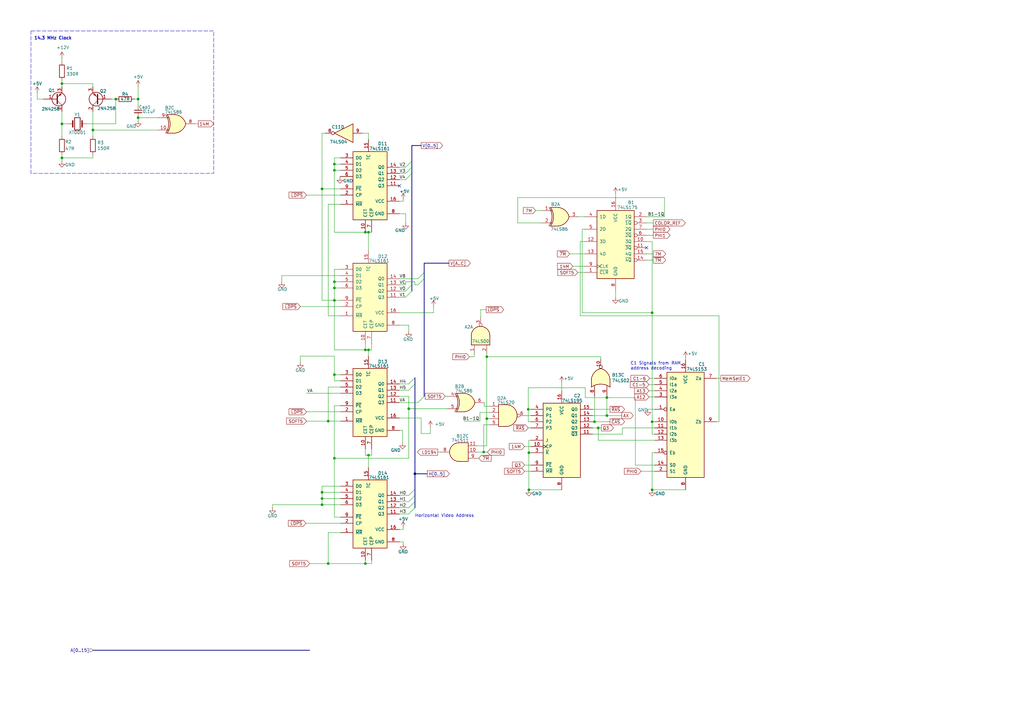
<source format=kicad_sch>
(kicad_sch (version 20230121) (generator eeschema)
  (paper "A3")
  (title_block (title "Apple II Schematic") (rev "0") (comment 1 "Captured from the Apple II Reference Manual (1979)") (comment 2 "Modified by reifsnyderb to Rev. 0 and compared w/Rev. 0 gerbers my M. Willegal."))
  (lib_symbols
    (symbol "74xx:74LS00" (pin_names (offset 1.016))
      (property "Reference" "U" (at 0 1.27 0))
      (property "Value" "74LS00" (at 0 -1.27 0))
      (symbol "74LS00_1_1"
        (pin input line (at -7.62 2.54 0) (length 3.81) (name "~") (number "1"))
        (pin input line (at -7.62 -2.54 0) (length 3.81) (name "~") (number "2"))
        (pin output inverted (at 7.62 0 180) (length 3.81) (name "~") (number "3"))
      )
      (symbol "74LS00_1_2"
        (pin input inverted (at -7.62 2.54 0) (length 4.318) (name "~") (number "1"))
        (pin input inverted (at -7.62 -2.54 0) (length 4.318) (name "~") (number "2"))
        (pin output line (at 7.62 0 180) (length 3.81) (name "~") (number "3"))
      )
      (symbol "74LS00_2_1"
        (pin input line (at -7.62 2.54 0) (length 3.81) (name "~") (number "4"))
        (pin input line (at -7.62 -2.54 0) (length 3.81) (name "~") (number "5"))
        (pin output inverted (at 7.62 0 180) (length 3.81) (name "~") (number "6"))
      )
      (symbol "74LS00_2_2"
        (pin input inverted (at -7.62 2.54 0) (length 4.318) (name "~") (number "4"))
        (pin input inverted (at -7.62 -2.54 0) (length 4.318) (name "~") (number "5"))
        (pin output line (at 7.62 0 180) (length 3.81) (name "~") (number "6"))
      )
      (symbol "74LS00_3_1"
        (pin input line (at -7.62 -2.54 0) (length 3.81) (name "~") (number "10"))
        (pin output inverted (at 7.62 0 180) (length 3.81) (name "~") (number "8"))
        (pin input line (at -7.62 2.54 0) (length 3.81) (name "~") (number "9"))
      )
      (symbol "74LS00_3_2"
        (pin input inverted (at -7.62 -2.54 0) (length 4.318) (name "~") (number "10"))
        (pin output line (at 7.62 0 180) (length 3.81) (name "~") (number "8"))
        (pin input inverted (at -7.62 2.54 0) (length 4.318) (name "~") (number "9"))
      )
      (symbol "74LS00_4_1"
        (pin output inverted (at 7.62 0 180) (length 3.81) (name "~") (number "11"))
        (pin input line (at -7.62 2.54 0) (length 3.81) (name "~") (number "12"))
        (pin input line (at -7.62 -2.54 0) (length 3.81) (name "~") (number "13"))
      )
      (symbol "74LS00_4_2"
        (pin output line (at 7.62 0 180) (length 3.81) (name "~") (number "11"))
        (pin input inverted (at -7.62 2.54 0) (length 4.318) (name "~") (number "12"))
        (pin input inverted (at -7.62 -2.54 0) (length 4.318) (name "~") (number "13"))
      )
      (symbol "74LS00_5_0"
        (pin power_in line (at 0 12.7 270) (length 5.08) (name "VCC") (number "14"))
        (pin power_in line (at 0 -12.7 90) (length 5.08) (name "GND") (number "7"))
      )
    )
    (symbol "74xx:74LS02" (pin_names (offset 1.016))
      (property "Reference" "U" (at 0 1.27 0))
      (property "Value" "74LS02" (at 0 -1.27 0))
      (symbol "74LS02_1_1"
        (pin output inverted (at 7.62 0 180) (length 3.81) (name "~") (number "1"))
        (pin input line (at -7.62 2.54 0) (length 4.318) (name "~") (number "2"))
        (pin input line (at -7.62 -2.54 0) (length 4.318) (name "~") (number "3"))
      )
      (symbol "74LS02_1_2"
        (pin output line (at 7.62 0 180) (length 3.81) (name "~") (number "1"))
        (pin input inverted (at -7.62 2.54 0) (length 3.81) (name "~") (number "2"))
        (pin input inverted (at -7.62 -2.54 0) (length 3.81) (name "~") (number "3"))
      )
      (symbol "74LS02_2_1"
        (pin output inverted (at 7.62 0 180) (length 3.81) (name "~") (number "4"))
        (pin input line (at -7.62 2.54 0) (length 4.318) (name "~") (number "5"))
        (pin input line (at -7.62 -2.54 0) (length 4.318) (name "~") (number "6"))
      )
      (symbol "74LS02_2_2"
        (pin output line (at 7.62 0 180) (length 3.81) (name "~") (number "4"))
        (pin input inverted (at -7.62 2.54 0) (length 3.81) (name "~") (number "5"))
        (pin input inverted (at -7.62 -2.54 0) (length 3.81) (name "~") (number "6"))
      )
      (symbol "74LS02_3_1"
        (pin output inverted (at 7.62 0 180) (length 3.81) (name "~") (number "10"))
        (pin input line (at -7.62 2.54 0) (length 4.318) (name "~") (number "8"))
        (pin input line (at -7.62 -2.54 0) (length 4.318) (name "~") (number "9"))
      )
      (symbol "74LS02_3_2"
        (pin output line (at 7.62 0 180) (length 3.81) (name "~") (number "10"))
        (pin input inverted (at -7.62 2.54 0) (length 3.81) (name "~") (number "8"))
        (pin input inverted (at -7.62 -2.54 0) (length 3.81) (name "~") (number "9"))
      )
      (symbol "74LS02_4_1"
        (pin input line (at -7.62 2.54 0) (length 4.318) (name "~") (number "11"))
        (pin input line (at -7.62 -2.54 0) (length 4.318) (name "~") (number "12"))
        (pin output inverted (at 7.62 0 180) (length 3.81) (name "~") (number "13"))
      )
      (symbol "74LS02_4_2"
        (pin input inverted (at -7.62 2.54 0) (length 3.81) (name "~") (number "11"))
        (pin input inverted (at -7.62 -2.54 0) (length 3.81) (name "~") (number "12"))
        (pin output line (at 7.62 0 180) (length 3.81) (name "~") (number "13"))
      )
      (symbol "74LS02_5_0"
        (pin power_in line (at 0 12.7 270) (length 5.08) (name "VCC") (number "14"))
        (pin power_in line (at 0 -12.7 90) (length 5.08) (name "GND") (number "7"))
      )
    )
    (symbol "74xx:74LS04"
      (property "Reference" "U" (at 0 1.27 0))
      (property "Value" "74LS04" (at 0 -1.27 0))
      (symbol "74LS04_1_0"
        (pin input line (at -7.62 0 0) (length 3.81) (name "~") (number "1"))
        (pin output inverted (at 7.62 0 180) (length 3.81) (name "~") (number "2"))
      )
      (symbol "74LS04_2_0"
        (pin input line (at -7.62 0 0) (length 3.81) (name "~") (number "3"))
        (pin output inverted (at 7.62 0 180) (length 3.81) (name "~") (number "4"))
      )
      (symbol "74LS04_3_0"
        (pin input line (at -7.62 0 0) (length 3.81) (name "~") (number "5"))
        (pin output inverted (at 7.62 0 180) (length 3.81) (name "~") (number "6"))
      )
      (symbol "74LS04_4_0"
        (pin output inverted (at 7.62 0 180) (length 3.81) (name "~") (number "8"))
        (pin input line (at -7.62 0 0) (length 3.81) (name "~") (number "9"))
      )
      (symbol "74LS04_5_0"
        (pin output inverted (at 7.62 0 180) (length 3.81) (name "~") (number "10"))
        (pin input line (at -7.62 0 0) (length 3.81) (name "~") (number "11"))
      )
      (symbol "74LS04_6_0"
        (pin output inverted (at 7.62 0 180) (length 3.81) (name "~") (number "12"))
        (pin input line (at -7.62 0 0) (length 3.81) (name "~") (number "13"))
      )
      (symbol "74LS04_7_0"
        (pin power_in line (at 0 12.7 270) (length 5.08) (name "VCC") (number "14"))
        (pin power_in line (at 0 -12.7 90) (length 5.08) (name "GND") (number "7"))
      )
    )
    (symbol "74xx:74LS11" (pin_names (offset 1.016))
      (property "Reference" "U" (at 0 1.27 0))
      (property "Value" "74LS11" (at 0 -1.27 0))
      (symbol "74LS11_1_1"
        (pin input line (at -7.62 2.54 0) (length 3.81) (name "~") (number "1"))
        (pin output line (at 7.62 0 180) (length 3.81) (name "~") (number "12"))
        (pin input line (at -7.62 -2.54 0) (length 3.81) (name "~") (number "13"))
        (pin input line (at -7.62 0 0) (length 3.81) (name "~") (number "2"))
      )
      (symbol "74LS11_1_2"
        (pin input inverted (at -7.62 2.54 0) (length 4.318) (name "~") (number "1"))
        (pin output inverted (at 7.62 0 180) (length 3.81) (name "~") (number "12"))
        (pin input inverted (at -7.62 -2.54 0) (length 4.318) (name "~") (number "13"))
        (pin input inverted (at -7.62 0 0) (length 4.953) (name "~") (number "2"))
      )
      (symbol "74LS11_2_1"
        (pin input line (at -7.62 2.54 0) (length 3.81) (name "~") (number "3"))
        (pin input line (at -7.62 0 0) (length 3.81) (name "~") (number "4"))
        (pin input line (at -7.62 -2.54 0) (length 3.81) (name "~") (number "5"))
        (pin output line (at 7.62 0 180) (length 3.81) (name "~") (number "6"))
      )
      (symbol "74LS11_2_2"
        (pin input inverted (at -7.62 2.54 0) (length 4.318) (name "~") (number "3"))
        (pin input inverted (at -7.62 0 0) (length 4.953) (name "~") (number "4"))
        (pin input inverted (at -7.62 -2.54 0) (length 4.318) (name "~") (number "5"))
        (pin output inverted (at 7.62 0 180) (length 3.81) (name "~") (number "6"))
      )
      (symbol "74LS11_3_1"
        (pin input line (at -7.62 0 0) (length 3.81) (name "~") (number "10"))
        (pin input line (at -7.62 -2.54 0) (length 3.81) (name "~") (number "11"))
        (pin output line (at 7.62 0 180) (length 3.81) (name "~") (number "8"))
        (pin input line (at -7.62 2.54 0) (length 3.81) (name "~") (number "9"))
      )
      (symbol "74LS11_3_2"
        (pin input inverted (at -7.62 0 0) (length 4.953) (name "~") (number "10"))
        (pin input inverted (at -7.62 -2.54 0) (length 4.318) (name "~") (number "11"))
        (pin output inverted (at 7.62 0 180) (length 3.81) (name "~") (number "8"))
        (pin input inverted (at -7.62 2.54 0) (length 4.318) (name "~") (number "9"))
      )
      (symbol "74LS11_4_0"
        (pin power_in line (at 0 12.7 270) (length 5.08) (name "VCC") (number "14"))
        (pin power_in line (at 0 -12.7 90) (length 5.08) (name "GND") (number "7"))
      )
    )
    (symbol "74xx:74LS153" (pin_names (offset 1.016))
      (property "Reference" "U" (at -7.62 21.59 0))
      (property "Value" "74LS153" (at -7.62 -24.13 0))
      (symbol "74LS153_1_0"
        (pin input inverted (at -12.7 5.08 0) (length 5.08) (name "Ea") (number "1"))
        (pin input line (at -12.7 0 0) (length 5.08) (name "I0b") (number "10"))
        (pin input line (at -12.7 -2.54 0) (length 5.08) (name "I1b") (number "11"))
        (pin input line (at -12.7 -5.08 0) (length 5.08) (name "I2b") (number "12"))
        (pin input line (at -12.7 -7.62 0) (length 5.08) (name "I3b") (number "13"))
        (pin input line (at -12.7 -17.78 0) (length 5.08) (name "S0") (number "14"))
        (pin input inverted (at -12.7 -12.7 0) (length 5.08) (name "Eb") (number "15"))
        (pin power_in line (at 0 25.4 270) (length 5.08) (name "VCC") (number "16"))
        (pin input line (at -12.7 -20.32 0) (length 5.08) (name "S1") (number "2"))
        (pin input line (at -12.7 10.16 0) (length 5.08) (name "I3a") (number "3"))
        (pin input line (at -12.7 12.7 0) (length 5.08) (name "I2a") (number "4"))
        (pin input line (at -12.7 15.24 0) (length 5.08) (name "I1a") (number "5"))
        (pin input line (at -12.7 17.78 0) (length 5.08) (name "I0a") (number "6"))
        (pin output line (at 12.7 17.78 180) (length 5.08) (name "Za") (number "7"))
        (pin power_in line (at 0 -27.94 90) (length 5.08) (name "GND") (number "8"))
        (pin output line (at 12.7 0 180) (length 5.08) (name "Zb") (number "9"))
      )
    )
    (symbol "74xx:74LS195" (pin_names (offset 1.016))
      (property "Reference" "U" (at -7.62 16.51 0))
      (property "Value" "74LS195" (at -7.62 -16.51 0))
      (symbol "74LS195_1_0"
        (pin input line (at -12.7 -12.7 0) (length 5.08) (name "~{MR}") (number "1"))
        (pin input clock (at -12.7 -2.54 0) (length 5.08) (name "CP") (number "10"))
        (pin output line (at 12.7 2.54 180) (length 5.08) (name "~{Q3}") (number "11"))
        (pin output line (at 12.7 5.08 180) (length 5.08) (name "Q3") (number "12"))
        (pin output line (at 12.7 7.62 180) (length 5.08) (name "Q2") (number "13"))
        (pin output line (at 12.7 10.16 180) (length 5.08) (name "Q1") (number "14"))
        (pin output line (at 12.7 12.7 180) (length 5.08) (name "Q0") (number "15"))
        (pin power_in line (at 0 20.32 270) (length 5.08) (name "VCC") (number "16"))
        (pin input line (at -12.7 0 0) (length 5.08) (name "J") (number "2"))
        (pin input line (at -12.7 -5.08 0) (length 5.08) (name "~{K}") (number "3"))
        (pin input line (at -12.7 12.7 0) (length 5.08) (name "P0") (number "4"))
        (pin input line (at -12.7 10.16 0) (length 5.08) (name "P1") (number "5"))
        (pin input line (at -12.7 7.62 0) (length 5.08) (name "P2") (number "6"))
        (pin input line (at -12.7 5.08 0) (length 5.08) (name "P3") (number "7"))
        (pin power_in line (at 0 -20.32 90) (length 5.08) (name "GND") (number "8"))
        (pin input line (at -12.7 -10.16 0) (length 5.08) (name "~{PE}") (number "9"))
      )
    )
    (symbol "74xx:74LS20" (pin_names (offset 1.016))
      (property "Reference" "U" (at 0 1.27 0))
      (property "Value" "74LS20" (at 0 -1.27 0))
      (symbol "74LS20_1_1"
        (pin input line (at -7.62 3.81 0) (length 3.81) (name "~") (number "1"))
        (pin input line (at -7.62 1.27 0) (length 3.81) (name "~") (number "2"))
        (pin input line (at -7.62 -1.27 0) (length 3.81) (name "~") (number "4"))
        (pin input line (at -7.62 -3.81 0) (length 3.81) (name "~") (number "5"))
        (pin output inverted (at 7.62 0 180) (length 3.81) (name "~") (number "6"))
      )
      (symbol "74LS20_1_2"
        (pin input inverted (at -7.62 3.81 0) (length 3.81) (name "~") (number "1"))
        (pin input inverted (at -7.62 1.27 0) (length 4.826) (name "~") (number "2"))
        (pin input inverted (at -7.62 -1.27 0) (length 4.826) (name "~") (number "4"))
        (pin input inverted (at -7.62 -3.81 0) (length 3.81) (name "~") (number "5"))
        (pin output line (at 7.62 0 180) (length 3.81) (name "~") (number "6"))
      )
      (symbol "74LS20_2_1"
        (pin input line (at -7.62 1.27 0) (length 3.81) (name "~") (number "10"))
        (pin input line (at -7.62 -1.27 0) (length 3.81) (name "~") (number "12"))
        (pin input line (at -7.62 -3.81 0) (length 3.81) (name "~") (number "13"))
        (pin output inverted (at 7.62 0 180) (length 3.81) (name "~") (number "8"))
        (pin input line (at -7.62 3.81 0) (length 3.81) (name "~") (number "9"))
      )
      (symbol "74LS20_2_2"
        (pin input inverted (at -7.62 1.27 0) (length 4.826) (name "~") (number "10"))
        (pin input inverted (at -7.62 -1.27 0) (length 4.826) (name "~") (number "12"))
        (pin input inverted (at -7.62 -3.81 0) (length 3.81) (name "~") (number "13"))
        (pin output line (at 7.62 0 180) (length 3.81) (name "~") (number "8"))
        (pin input inverted (at -7.62 3.81 0) (length 3.81) (name "~") (number "9"))
      )
      (symbol "74LS20_3_0"
        (pin power_in line (at 0 12.7 270) (length 5.08) (name "VCC") (number "14"))
        (pin power_in line (at 0 -12.7 90) (length 5.08) (name "GND") (number "7"))
      )
    )
    (symbol "74xx:74LS86" (pin_names (offset 1.016))
      (property "Reference" "U" (at 0 1.27 0))
      (property "Value" "74LS86" (at 0 -1.27 0))
      (symbol "74LS86_1_0"
        (pin input line (at -7.62 2.54 0) (length 4.445) (name "~") (number "1"))
        (pin input line (at -7.62 -2.54 0) (length 4.445) (name "~") (number "2"))
        (pin output line (at 7.62 0 180) (length 3.81) (name "~") (number "3"))
      )
      (symbol "74LS86_2_0"
        (pin input line (at -7.62 2.54 0) (length 4.445) (name "~") (number "4"))
        (pin input line (at -7.62 -2.54 0) (length 4.445) (name "~") (number "5"))
        (pin output line (at 7.62 0 180) (length 3.81) (name "~") (number "6"))
      )
      (symbol "74LS86_3_0"
        (pin input line (at -7.62 -2.54 0) (length 4.445) (name "~") (number "10"))
        (pin output line (at 7.62 0 180) (length 3.81) (name "~") (number "8"))
        (pin input line (at -7.62 2.54 0) (length 4.445) (name "~") (number "9"))
      )
      (symbol "74LS86_4_0"
        (pin output line (at 7.62 0 180) (length 3.81) (name "~") (number "11"))
        (pin input line (at -7.62 2.54 0) (length 4.445) (name "~") (number "12"))
        (pin input line (at -7.62 -2.54 0) (length 4.445) (name "~") (number "13"))
      )
      (symbol "74LS86_5_0"
        (pin power_in line (at 0 12.7 270) (length 5.08) (name "VCC") (number "14"))
        (pin power_in line (at 0 -12.7 90) (length 5.08) (name "GND") (number "7"))
      )
    )
    (symbol "AppleII+:74LS161" (pin_names (offset 1.016))
      (property "Reference" "U" (at -7.62 16.51 0))
      (property "Value" "74LS161" (at 8.89 -16.51 0))
      (symbol "74LS161_1_0"
        (pin input line (at -12.7 -6.35 0) (length 5.08) (name "~{MR}") (number "1"))
        (pin input line (at -2.54 -17.78 90) (length 5.08) (name "CET") (number "10"))
        (pin output line (at 11.43 1.27 180) (length 5.08) (name "Q3") (number "11"))
        (pin output line (at 11.43 3.81 180) (length 5.08) (name "Q2") (number "12"))
        (pin output line (at 11.43 6.35 180) (length 5.08) (name "Q1") (number "13"))
        (pin output line (at 11.43 8.89 180) (length 5.08) (name "Q0") (number "14"))
        (pin output line (at -1.27 20.32 270) (length 5.08) (name "TC") (number "15"))
        (pin power_in line (at 11.43 -5.08 180) (length 5.08) (name "VCC") (number "16"))
        (pin input line (at -12.7 -2.54 0) (length 5.08) (name "CP") (number "2"))
        (pin input line (at -12.7 12.7 0) (length 5.08) (name "D0") (number "3"))
        (pin input line (at -12.7 10.16 0) (length 5.08) (name "D1") (number "4"))
        (pin input line (at -12.7 7.62 0) (length 5.08) (name "D2") (number "5"))
        (pin input line (at -12.7 5.08 0) (length 5.08) (name "D3") (number "6"))
        (pin input line (at 0 -17.78 90) (length 5.08) (name "CEP") (number "7"))
        (pin power_in line (at 11.43 -10.16 180) (length 5.08) (name "GND") (number "8"))
        (pin input line (at -12.7 0 0) (length 5.08) (name "~{PE}") (number "9"))
      )
    )
    (symbol "AppleII+:74LS175" (pin_names (offset 1.016))
      (property "Reference" "U" (at -7.62 13.97 0))
      (property "Value" "74LS175" (at -7.62 -16.51 0))
      (symbol "74LS175_1_0"
        (pin input line (at -12.7 -12.7 0) (length 5.08) (name "~{CLR}") (number "1"))
        (pin output line (at 12.7 0 180) (length 5.08) (name "3Q") (number "10"))
        (pin output inverted (at 12.7 -2.54 180) (length 5.08) (name "~{3Q}") (number "11"))
        (pin input line (at -12.7 0 0) (length 5.08) (name "3D") (number "12"))
        (pin input line (at -12.7 -5.08 0) (length 5.08) (name "4D") (number "13"))
        (pin output inverted (at 12.7 -7.62 180) (length 5.08) (name "~{4Q}") (number "14"))
        (pin output line (at 12.7 -5.08 180) (length 5.08) (name "4Q") (number "15"))
        (pin power_in line (at 0 17.78 270) (length 5.08) (name "VCC") (number "16"))
        (pin output line (at 12.7 10.16 180) (length 5.08) (name "1Q") (number "2"))
        (pin output inverted (at 12.7 7.62 180) (length 5.08) (name "~{1Q}") (number "3"))
        (pin input line (at -12.7 10.16 0) (length 5.08) (name "1D") (number "4"))
        (pin input line (at -12.7 5.08 0) (length 5.08) (name "2D") (number "5"))
        (pin output inverted (at 12.7 2.54 180) (length 5.08) (name "~{2Q}") (number "6"))
        (pin output line (at 12.7 5.08 180) (length 5.08) (name "2Q") (number "7"))
        (pin power_in line (at 0 -20.32 90) (length 5.08) (name "GND") (number "8"))
        (pin input clock (at -12.7 -10.16 0) (length 5.08) (name "CLK") (number "9"))
      )
    )
    (symbol "Device:C_Small" (pin_numbers hide) (pin_names (offset 0.254) hide)
      (property "Reference" "C" (at 0.254 1.778 0))
      (property "Value" "C_Small" (at 0.254 -2.032 0))
      (symbol "C_Small_1_1"
        (pin passive line (at 0 2.54 270) (length 2.032) (name "~") (number "1"))
        (pin passive line (at 0 -2.54 90) (length 2.032) (name "~") (number "2"))
      )
    )
    (symbol "Device:Crystal" (pin_numbers hide) (pin_names (offset 1.016) hide)
      (property "Reference" "Y" (at 0 3.81 0))
      (property "Value" "Crystal" (at 0 -3.81 0))
      (symbol "Crystal_1_1"
        (pin passive line (at -3.81 0 0) (length 1.27) (name "1") (number "1"))
        (pin passive line (at 3.81 0 180) (length 1.27) (name "2") (number "2"))
      )
    )
    (symbol "Device:Q_PNP_BCE" (pin_names (offset 0) hide)
      (property "Reference" "Q" (at 5.08 1.27 0))
      (property "Value" "Q_PNP_BCE" (at 5.08 -1.27 0))
      (symbol "Q_PNP_BCE_1_1"
        (pin input line (at -5.08 0 0) (length 5.715) (name "B") (number "1"))
        (pin passive line (at 2.54 5.08 270) (length 2.54) (name "C") (number "2"))
        (pin passive line (at 2.54 -5.08 90) (length 2.54) (name "E") (number "3"))
      )
    )
    (symbol "Device:R" (pin_numbers hide) (pin_names (offset 0))
      (property "Reference" "R" (at 2.032 0 90))
      (property "Value" "R" (at 0 0 90))
      (symbol "R_1_1"
        (pin passive line (at 0 3.81 270) (length 1.27) (name "~") (number "1"))
        (pin passive line (at 0 -3.81 90) (length 1.27) (name "~") (number "2"))
      )
    )
    (symbol "power:+12V" (power) (pin_names (offset 0))
      (property "Value" "+12V" (at 0 3.556 0))
      (symbol "+12V_1_1"
        (pin power_in line (at 0 0 90) (length 0) hide (name "+12V") (number "1"))
      )
    )
    (symbol "power:+5V" (power) (pin_names (offset 0))
      (property "Value" "+5V" (at 0 3.556 0))
      (symbol "+5V_1_1"
        (pin power_in line (at 0 0 90) (length 0) hide (name "+5V") (number "1"))
      )
    )
    (symbol "power:GND" (power) (pin_names (offset 0))
      (property "Value" "GND" (at 0 -3.81 0))
      (symbol "GND_1_1"
        (pin power_in line (at 0 0 270) (length 0) hide (name "GND") (number "1"))
      )
    )
  )
  (junction (at 199.644 171.704))
  (junction (at 216.662 167.894))
  (junction (at 151.13 186.69))
  (junction (at 267.462 172.974))
  (junction (at 137.16 153.67))
  (junction (at 167.64 167.64))
  (junction (at 149.86 231.14))
  (junction (at 25.4 50.8))
  (junction (at 198.374 185.42))
  (junction (at 248.92 163.068))
  (junction (at 137.16 187.96))
  (junction (at 245.364 175.514))
  (junction (at 38.1 53.34))
  (junction (at 132.08 77.47))
  (junction (at 149.86 95.25))
  (junction (at 248.92 170.434))
  (junction (at 137.16 67.31))
  (junction (at 151.13 95.25))
  (junction (at 134.62 231.14))
  (junction (at 132.08 207.01))
  (junction (at 132.08 201.93))
  (junction (at 149.86 143.51))
  (junction (at 243.84 172.974))
  (junction (at 132.08 204.47))
  (junction (at 137.16 118.11))
  (junction (at 216.916 185.674))
  (junction (at 151.13 143.51))
  (junction (at 56.642 40.64))
  (junction (at 25.4 64.77))
  (junction (at 199.644 146.304))
  (junction (at 56.642 48.26))
  (junction (at 25.4 34.29))
  (junction (at 216.916 200.914))
  (junction (at 267.462 128.27))
  (junction (at 137.16 115.57))
  (junction (at 137.16 123.19))
  (junction (at 137.16 69.85))
  (junction (at 134.62 172.72))
  (junction (at 170.18 194.31))
  (junction (at 47.498 40.64))
  (junction (at 267.462 200.914))
  (no_connect (at 163.83 76.2))
  (no_connect (at 265.176 101.6))
  (bus_entry (at 166.37 73.66) (size 2.54 -2.54))
  (bus_entry (at 171.45 116.84) (size 2.54 -2.54))
  (bus_entry (at 167.64 210.82) (size 2.54 -2.54))
  (bus_entry (at 170.18 154.94) (size -2.54 2.54))
  (bus_entry (at 166.37 68.58) (size 2.54 -2.54))
  (bus_entry (at 167.64 208.28) (size 2.54 -2.54))
  (bus_entry (at 166.37 119.38) (size 2.54 -2.54))
  (bus_entry (at 171.45 165.1) (size 2.54 -2.54))
  (bus_entry (at 167.64 205.74) (size 2.54 -2.54))
  (bus_entry (at 170.18 157.48) (size -2.54 2.54))
  (bus_entry (at 171.45 114.3) (size 2.54 -2.54))
  (bus_entry (at 168.91 68.58) (size -2.54 2.54))
  (bus_entry (at 167.64 203.2) (size 2.54 -2.54))
  (bus_entry (at 166.37 121.92) (size 2.54 -2.54))
  (wire (pts (xy 25.4 50.8) (xy 25.4 45.72)))
  (wire (pts (xy 230.378 200.914) (xy 216.916 200.914)))
  (wire (pts (xy 139.7 156.21) (xy 137.16 156.21)))
  (wire (pts (xy 137.16 69.85) (xy 137.16 95.25)))
  (wire (pts (xy 215.138 190.754) (xy 217.678 190.754)))
  (wire (pts (xy 237.236 88.9) (xy 239.776 88.9)))
  (wire (pts (xy 255.27 175.514) (xy 268.478 175.514)))
  (wire (pts (xy 196.85 169.164) (xy 196.85 172.72)))
  (bus (pts (xy 170.18 194.31) (xy 175.26 194.31)))
  (wire (pts (xy 139.446 72.644) (xy 139.446 72.39)))
  (wire (pts (xy 137.16 187.96) (xy 137.16 212.09)))
  (wire (pts (xy 134.62 172.72) (xy 139.7 172.72)))
  (wire (pts (xy 38.1 63.5) (xy 38.1 64.77)))
  (wire (pts (xy 248.92 162.56) (xy 248.92 163.068)))
  (wire (pts (xy 166.37 116.84) (xy 166.37 115.57)))
  (wire (pts (xy 212.344 81.026) (xy 212.344 91.44)))
  (wire (pts (xy 167.64 133.35) (xy 167.64 135.89)))
  (bus (pts (xy 38.1 266.7) (xy 127 266.7)))
  (wire (pts (xy 134.62 218.44) (xy 134.62 231.14)))
  (bus (pts (xy 168.91 59.69) (xy 168.91 66.04)))
  (wire (pts (xy 237.998 99.06) (xy 239.776 99.06)))
  (wire (pts (xy 265.684 167.894) (xy 268.478 167.894)))
  (wire (pts (xy 194.564 146.304) (xy 194.564 145.288)))
  (wire (pts (xy 172.72 171.45) (xy 172.72 177.8)))
  (wire (pts (xy 243.078 178.054) (xy 255.27 178.054)))
  (wire (pts (xy 163.83 162.56) (xy 167.64 162.56)))
  (bus (pts (xy 168.91 68.58) (xy 168.91 71.12)))
  (wire (pts (xy 25.4 23.876) (xy 25.4 25.4)))
  (wire (pts (xy 265.176 99.06) (xy 267.462 99.06)))
  (wire (pts (xy 139.7 199.39) (xy 132.08 199.39)))
  (wire (pts (xy 198.374 185.42) (xy 198.374 174.244)))
  (wire (pts (xy 125.73 80.01) (xy 139.7 80.01)))
  (wire (pts (xy 38.1 64.77) (xy 25.4 64.77)))
  (wire (pts (xy 163.83 71.12) (xy 166.37 71.12)))
  (wire (pts (xy 233.68 104.14) (xy 239.776 104.14)))
  (wire (pts (xy 38.1 53.34) (xy 38.1 55.88)))
  (wire (pts (xy 199.644 145.288) (xy 199.644 146.304)))
  (wire (pts (xy 125.73 161.29) (xy 139.7 161.29)))
  (wire (pts (xy 123.19 125.73) (xy 139.7 125.73)))
  (wire (pts (xy 267.462 99.06) (xy 267.462 128.27)))
  (wire (pts (xy 132.08 199.39) (xy 132.08 201.93)))
  (wire (pts (xy 265.176 96.52) (xy 267.97 96.52)))
  (bus (pts (xy 170.18 203.2) (xy 170.18 205.74)))
  (wire (pts (xy 266.446 155.194) (xy 268.478 155.194)))
  (wire (pts (xy 267.462 128.27) (xy 238.76 128.27)))
  (wire (pts (xy 15.24 40.64) (xy 17.78 40.64)))
  (wire (pts (xy 215.138 183.134) (xy 217.678 183.134)))
  (wire (pts (xy 216.916 185.674) (xy 217.678 185.674)))
  (wire (pts (xy 134.62 83.82) (xy 134.62 129.54)))
  (wire (pts (xy 267.462 200.914) (xy 281.178 200.914)))
  (wire (pts (xy 139.7 214.63) (xy 125.476 214.63)))
  (wire (pts (xy 163.83 121.92) (xy 166.37 121.92)))
  (wire (pts (xy 195.834 182.88) (xy 199.644 182.88)))
  (wire (pts (xy 151.13 186.69) (xy 149.86 186.69)))
  (wire (pts (xy 252.476 121.92) (xy 252.476 119.38)))
  (bus (pts (xy 173.99 107.95) (xy 184.15 107.95)))
  (wire (pts (xy 250.19 167.894) (xy 243.078 167.894)))
  (wire (pts (xy 137.16 110.49) (xy 137.16 115.57)))
  (wire (pts (xy 198.628 166.624) (xy 200.66 166.624)))
  (wire (pts (xy 132.08 54.61) (xy 133.35 54.61)))
  (wire (pts (xy 197.104 127) (xy 197.104 130.048)))
  (wire (pts (xy 215.138 193.294) (xy 217.678 193.294)))
  (wire (pts (xy 132.08 77.47) (xy 132.08 123.19)))
  (wire (pts (xy 246.38 146.304) (xy 246.38 147.32)))
  (wire (pts (xy 132.08 54.61) (xy 132.08 77.47)))
  (wire (pts (xy 215.9 170.434) (xy 217.678 170.434)))
  (wire (pts (xy 179.578 185.42) (xy 180.594 185.42)))
  (wire (pts (xy 177.8 128.27) (xy 177.8 125.73)))
  (wire (pts (xy 248.92 163.068) (xy 260.604 163.068)))
  (wire (pts (xy 165.354 217.17) (xy 165.354 216.408)))
  (wire (pts (xy 137.16 146.05) (xy 123.19 146.05)))
  (wire (pts (xy 25.4 34.29) (xy 25.4 35.56)))
  (wire (pts (xy 134.62 83.82) (xy 139.7 83.82)))
  (wire (pts (xy 151.13 95.25) (xy 152.4 95.25)))
  (wire (pts (xy 236.982 111.76) (xy 239.776 111.76)))
  (wire (pts (xy 137.16 153.67) (xy 137.16 146.05)))
  (wire (pts (xy 137.16 64.77) (xy 139.7 64.77)))
  (wire (pts (xy 219.71 86.36) (xy 221.996 86.36)))
  (bus (pts (xy 170.18 154.94) (xy 170.18 157.48)))
  (wire (pts (xy 170.18 115.57) (xy 170.18 116.84)))
  (wire (pts (xy 267.462 172.974) (xy 267.462 128.27)))
  (wire (pts (xy 137.16 67.31) (xy 139.7 67.31)))
  (wire (pts (xy 137.16 123.19) (xy 137.16 143.51)))
  (wire (pts (xy 149.86 95.25) (xy 151.13 95.25)))
  (wire (pts (xy 56.642 43.18) (xy 56.642 40.64)))
  (wire (pts (xy 243.078 172.974) (xy 243.84 172.974)))
  (wire (pts (xy 149.86 140.97) (xy 149.86 143.51)))
  (wire (pts (xy 217.678 180.594) (xy 216.916 180.594)))
  (wire (pts (xy 139.7 113.03) (xy 115.57 113.03)))
  (wire (pts (xy 137.16 166.37) (xy 139.7 166.37)))
  (wire (pts (xy 238.76 93.98) (xy 239.776 93.98)))
  (wire (pts (xy 137.16 67.31) (xy 137.16 69.85)))
  (wire (pts (xy 200.66 169.164) (xy 196.85 169.164)))
  (wire (pts (xy 198.628 165.1) (xy 198.628 166.624)))
  (wire (pts (xy 199.644 171.704) (xy 200.66 171.704)))
  (wire (pts (xy 132.08 123.19) (xy 137.16 123.19)))
  (wire (pts (xy 281.178 146.812) (xy 281.178 147.574)))
  (wire (pts (xy 172.72 177.8) (xy 176.53 177.8)))
  (wire (pts (xy 166.37 87.63) (xy 163.83 87.63)))
  (wire (pts (xy 137.16 115.57) (xy 139.7 115.57)))
  (wire (pts (xy 163.83 128.27) (xy 177.8 128.27)))
  (wire (pts (xy 137.16 118.11) (xy 137.16 123.19)))
  (wire (pts (xy 243.078 175.514) (xy 245.364 175.514)))
  (wire (pts (xy 252.476 79.502) (xy 252.476 81.28)))
  (wire (pts (xy 245.364 175.514) (xy 245.364 180.594)))
  (wire (pts (xy 137.16 118.11) (xy 139.7 118.11)))
  (wire (pts (xy 151.13 191.77) (xy 151.13 186.69)))
  (wire (pts (xy 238.76 128.27) (xy 238.76 93.98)))
  (wire (pts (xy 64.77 53.34) (xy 38.1 53.34)))
  (wire (pts (xy 265.176 88.9) (xy 272.542 88.9)))
  (wire (pts (xy 152.4 143.51) (xy 151.13 143.51)))
  (wire (pts (xy 132.08 77.47) (xy 139.7 77.47)))
  (wire (pts (xy 294.894 129.54) (xy 237.998 129.54)))
  (wire (pts (xy 230.378 160.274) (xy 230.378 156.972)))
  (wire (pts (xy 248.92 163.068) (xy 248.92 170.434)))
  (wire (pts (xy 38.1 45.72) (xy 38.1 53.34)))
  (wire (pts (xy 80.01 50.8) (xy 81.28 50.8)))
  (wire (pts (xy 217.678 167.894) (xy 216.662 167.894)))
  (wire (pts (xy 123.19 146.05) (xy 123.19 148.59)))
  (wire (pts (xy 25.4 66.04) (xy 25.4 64.77)))
  (wire (pts (xy 199.644 146.304) (xy 199.644 171.704)))
  (wire (pts (xy 152.4 231.14) (xy 152.4 229.87)))
  (wire (pts (xy 167.64 167.64) (xy 167.64 187.96)))
  (bus (pts (xy 168.91 116.84) (xy 168.91 119.38)))
  (wire (pts (xy 27.94 50.8) (xy 25.4 50.8)))
  (wire (pts (xy 234.95 109.22) (xy 239.776 109.22)))
  (wire (pts (xy 125.73 168.91) (xy 139.7 168.91)))
  (wire (pts (xy 240.03 159.004) (xy 240.03 163.068)))
  (bus (pts (xy 168.91 71.12) (xy 168.91 116.84)))
  (wire (pts (xy 134.62 129.54) (xy 139.7 129.54)))
  (wire (pts (xy 265.176 106.68) (xy 267.97 106.68)))
  (wire (pts (xy 132.08 204.47) (xy 132.08 207.01)))
  (bus (pts (xy 173.99 107.95) (xy 173.99 111.76)))
  (wire (pts (xy 163.83 73.66) (xy 166.37 73.66)))
  (wire (pts (xy 182.626 162.56) (xy 183.388 162.56)))
  (wire (pts (xy 260.604 190.754) (xy 268.478 190.754)))
  (wire (pts (xy 38.1 35.56) (xy 38.1 34.29)))
  (wire (pts (xy 267.462 172.974) (xy 268.478 172.974)))
  (wire (pts (xy 267.462 200.914) (xy 267.462 185.674)))
  (wire (pts (xy 216.662 167.894) (xy 216.662 172.974)))
  (wire (pts (xy 196.342 187.96) (xy 195.834 187.96)))
  (wire (pts (xy 111.76 207.01) (xy 111.76 208.28)))
  (wire (pts (xy 198.374 174.244) (xy 200.66 174.244)))
  (wire (pts (xy 199.644 146.304) (xy 246.38 146.304)))
  (wire (pts (xy 151.13 54.61) (xy 151.13 57.15)))
  (wire (pts (xy 134.62 158.75) (xy 139.7 158.75)))
  (wire (pts (xy 240.03 163.068) (xy 248.92 163.068)))
  (wire (pts (xy 152.4 140.97) (xy 152.4 143.51)))
  (wire (pts (xy 149.86 186.69) (xy 149.86 184.15)))
  (wire (pts (xy 47.498 50.8) (xy 47.498 40.64)))
  (wire (pts (xy 137.16 64.77) (xy 137.16 67.31)))
  (wire (pts (xy 115.57 113.03) (xy 115.57 115.57)))
  (wire (pts (xy 295.656 155.194) (xy 293.878 155.194)))
  (wire (pts (xy 198.374 185.42) (xy 199.898 185.42)))
  (wire (pts (xy 139.446 72.39) (xy 139.7 72.39)))
  (wire (pts (xy 243.84 172.974) (xy 243.84 162.56)))
  (wire (pts (xy 134.62 218.44) (xy 139.7 218.44)))
  (wire (pts (xy 163.83 205.74) (xy 167.64 205.74)))
  (wire (pts (xy 127 231.14) (xy 134.62 231.14)))
  (bus (pts (xy 168.91 66.04) (xy 168.91 68.58)))
  (wire (pts (xy 163.83 157.48) (xy 167.64 157.48)))
  (wire (pts (xy 111.76 207.01) (xy 132.08 207.01)))
  (wire (pts (xy 255.27 178.054) (xy 255.27 175.514)))
  (wire (pts (xy 246.634 175.514) (xy 245.364 175.514)))
  (wire (pts (xy 163.83 203.2) (xy 167.64 203.2)))
  (wire (pts (xy 149.86 231.14) (xy 149.86 229.87)))
  (wire (pts (xy 15.24 38.1) (xy 15.24 40.64)))
  (wire (pts (xy 165.354 222.25) (xy 163.83 222.25)))
  (wire (pts (xy 163.83 68.58) (xy 166.37 68.58)))
  (wire (pts (xy 151.13 186.69) (xy 152.4 186.69)))
  (wire (pts (xy 47.498 40.64) (xy 45.72 40.64)))
  (wire (pts (xy 170.18 116.84) (xy 171.45 116.84)))
  (wire (pts (xy 149.86 143.51) (xy 137.16 143.51)))
  (wire (pts (xy 163.83 160.02) (xy 167.64 160.02)))
  (wire (pts (xy 139.7 201.93) (xy 132.08 201.93)))
  (bus (pts (xy 173.99 111.76) (xy 173.99 114.3)))
  (wire (pts (xy 262.89 193.294) (xy 268.478 193.294)))
  (wire (pts (xy 167.64 162.56) (xy 167.64 167.64)))
  (wire (pts (xy 166.37 115.57) (xy 170.18 115.57)))
  (wire (pts (xy 265.176 104.14) (xy 267.97 104.14)))
  (wire (pts (xy 216.662 172.974) (xy 217.678 172.974)))
  (bus (pts (xy 170.18 194.31) (xy 170.18 200.66)))
  (wire (pts (xy 137.16 123.19) (xy 139.7 123.19)))
  (wire (pts (xy 163.83 133.35) (xy 167.64 133.35)))
  (wire (pts (xy 165.354 82.55) (xy 165.354 81.788)))
  (bus (pts (xy 168.91 59.69) (xy 172.72 59.69)))
  (wire (pts (xy 272.542 81.026) (xy 212.344 81.026)))
  (wire (pts (xy 148.59 54.61) (xy 151.13 54.61)))
  (wire (pts (xy 137.16 187.96) (xy 167.64 187.96)))
  (wire (pts (xy 137.16 156.21) (xy 137.16 153.67)))
  (wire (pts (xy 245.364 180.594) (xy 268.478 180.594)))
  (wire (pts (xy 25.4 64.77) (xy 25.4 63.5)))
  (wire (pts (xy 183.388 167.64) (xy 167.64 167.64)))
  (bus (pts (xy 170.18 157.48) (xy 170.18 194.31)))
  (bus (pts (xy 173.99 114.3) (xy 173.99 162.56)))
  (wire (pts (xy 199.39 127) (xy 197.104 127)))
  (wire (pts (xy 25.4 55.88) (xy 25.4 50.8)))
  (wire (pts (xy 137.16 153.67) (xy 139.7 153.67)))
  (wire (pts (xy 151.13 95.25) (xy 151.13 102.87)))
  (wire (pts (xy 132.08 201.93) (xy 132.08 204.47)))
  (wire (pts (xy 243.078 170.434) (xy 248.92 170.434)))
  (wire (pts (xy 266.192 160.274) (xy 268.478 160.274)))
  (wire (pts (xy 137.16 166.37) (xy 137.16 187.96)))
  (wire (pts (xy 216.662 159.004) (xy 240.03 159.004)))
  (wire (pts (xy 166.37 91.44) (xy 166.37 87.63)))
  (wire (pts (xy 151.13 143.51) (xy 149.86 143.51)))
  (wire (pts (xy 267.462 178.054) (xy 267.462 172.974)))
  (wire (pts (xy 38.1 34.29) (xy 25.4 34.29)))
  (wire (pts (xy 125.73 172.72) (xy 134.62 172.72)))
  (wire (pts (xy 132.08 207.01) (xy 139.7 207.01)))
  (wire (pts (xy 216.662 175.514) (xy 217.678 175.514)))
  (wire (pts (xy 212.344 91.44) (xy 221.996 91.44)))
  (bus (pts (xy 170.18 200.66) (xy 170.18 203.2)))
  (wire (pts (xy 260.604 163.068) (xy 260.604 190.754)))
  (wire (pts (xy 163.83 208.28) (xy 167.64 208.28)))
  (wire (pts (xy 195.834 185.42) (xy 198.374 185.42)))
  (wire (pts (xy 163.83 176.53) (xy 165.1 176.53)))
  (wire (pts (xy 56.642 48.26) (xy 56.642 49.53)))
  (wire (pts (xy 266.192 157.734) (xy 268.478 157.734)))
  (wire (pts (xy 35.56 50.8) (xy 47.498 50.8)))
  (wire (pts (xy 139.7 110.49) (xy 137.16 110.49)))
  (wire (pts (xy 216.916 180.594) (xy 216.916 185.674)))
  (wire (pts (xy 216.662 167.894) (xy 216.662 159.004)))
  (wire (pts (xy 293.878 172.974) (xy 294.894 172.974)))
  (wire (pts (xy 163.83 171.45) (xy 172.72 171.45)))
  (wire (pts (xy 165.354 223.012) (xy 165.354 222.25)))
  (wire (pts (xy 163.83 82.55) (xy 165.354 82.55)))
  (wire (pts (xy 192.532 146.304) (xy 194.564 146.304)))
  (wire (pts (xy 139.7 204.47) (xy 132.08 204.47)))
  (wire (pts (xy 163.83 165.1) (xy 171.45 165.1)))
  (wire (pts (xy 163.83 210.82) (xy 167.64 210.82)))
  (wire (pts (xy 25.4 33.02) (xy 25.4 34.29)))
  (wire (pts (xy 151.13 143.51) (xy 151.13 146.05)))
  (wire (pts (xy 56.642 40.64) (xy 55.118 40.64)))
  (wire (pts (xy 266.192 162.814) (xy 268.478 162.814)))
  (wire (pts (xy 255.016 170.434) (xy 248.92 170.434)))
  (wire (pts (xy 134.62 158.75) (xy 134.62 172.72)))
  (wire (pts (xy 149.86 231.14) (xy 152.4 231.14)))
  (wire (pts (xy 237.998 129.54) (xy 237.998 99.06)))
  (wire (pts (xy 64.77 48.26) (xy 56.642 48.26)))
  (wire (pts (xy 216.916 200.914) (xy 216.916 185.674)))
  (wire (pts (xy 137.16 212.09) (xy 139.7 212.09)))
  (wire (pts (xy 199.644 182.88) (xy 199.644 171.704)))
  (wire (pts (xy 165.1 176.53) (xy 165.1 181.61)))
  (wire (pts (xy 190.246 172.72) (xy 196.85 172.72)))
  (wire (pts (xy 265.176 91.44) (xy 267.97 91.44)))
  (wire (pts (xy 163.83 114.3) (xy 171.45 114.3)))
  (wire (pts (xy 176.53 177.8) (xy 176.53 175.26)))
  (wire (pts (xy 134.62 231.14) (xy 149.86 231.14)))
  (wire (pts (xy 272.542 88.9) (xy 272.542 81.026)))
  (wire (pts (xy 137.16 115.57) (xy 137.16 118.11)))
  (wire (pts (xy 294.894 172.974) (xy 294.894 129.54)))
  (wire (pts (xy 268.478 178.054) (xy 267.462 178.054)))
  (wire (pts (xy 152.4 186.69) (xy 152.4 184.15)))
  (wire (pts (xy 56.642 35.56) (xy 56.642 40.64)))
  (wire (pts (xy 163.83 119.38) (xy 166.37 119.38)))
  (wire (pts (xy 163.83 217.17) (xy 165.354 217.17)))
  (bus (pts (xy 170.18 205.74) (xy 170.18 208.28)))
  (wire (pts (xy 137.16 69.85) (xy 139.7 69.85)))
  (wire (pts (xy 163.83 116.84) (xy 166.37 116.84)))
  (wire (pts (xy 137.16 95.25) (xy 149.86 95.25)))
  (wire (pts (xy 265.176 93.98) (xy 267.97 93.98)))
  (wire (pts (xy 243.84 172.974) (xy 250.19 172.974)))
  (wire (pts (xy 267.462 185.674) (xy 268.478 185.674)))
  (rectangle (start 12.7 12.7) (end 87.63 71.12) (stroke (width 0) (type dash)))
  (text "Horizontal Video Address" (at 170.18 212.344 0) (effects (font (size 1.27 1.27)) (justify left bottom)))
  (text "14.3 MHz Clock" (at 13.97 16.51 0) (effects (font (size 1.27 1.27) bold) (justify left bottom)))
  (text "C1 Signals from RAM\naddress decoding" (at 258.572 151.892 0) (effects (font (size 1.27 1.27)) (justify left bottom)))
  (label "H0" (at 163.83 203.2 0))
  (label "VB" (at 163.83 114.3 0))
  (label "H5" (at 163.83 160.02 0))
  (label "B1-1Q" (at 196.596 172.72 180))
  (label "V4" (at 163.83 73.66 0))
  (label "V3" (at 163.83 71.12 0))
  (label "H2" (at 163.83 208.28 0))
  (label "VA" (at 128.27 161.29 180))
  (label "VA" (at 163.83 165.1 0))
  (label "V1" (at 163.83 121.92 0))
  (label "V0" (at 163.83 119.38 0))
  (label "V2" (at 163.83 68.58 0))
  (label "VC" (at 163.83 116.84 0))
  (label "H3" (at 163.83 210.82 0))
  (label "H1" (at 163.83 205.74 0))
  (label "H4" (at 163.83 157.48 0))
  (label "B1-1Q" (at 265.684 88.9 0))
  (global_label "~{RAS}" (shape input) (at 216.662 175.514 180) (property "Intersheetrefs" "${INTERSHEET_REFS}" (effects hide)))
  (global_label "SOFT5" (shape input) (at 125.73 172.72 180) (property "Intersheetrefs" "${INTERSHEET_REFS}" (effects hide)))
  (global_label "PHI0" (shape input) (at 199.898 185.42 0) (property "Intersheetrefs" "${INTERSHEET_REFS}" (effects hide)))
  (global_label "C1-5" (shape input) (at 266.192 157.734 180) (property "Intersheetrefs" "${INTERSHEET_REFS}" (effects hide)))
  (global_label "~{LDPS}" (shape input) (at 125.476 214.63 180) (property "Intersheetrefs" "${INTERSHEET_REFS}" (effects hide)))
  (global_label "AX" (shape output) (at 255.016 170.434 0) (property "Intersheetrefs" "${INTERSHEET_REFS}" (effects hide)))
  (global_label "LD194" (shape output) (at 179.578 185.42 180) (property "Intersheetrefs" "${INTERSHEET_REFS}" (effects hide)))
  (global_label "~{LDPS}" (shape output) (at 199.39 127 0) (property "Intersheetrefs" "${INTERSHEET_REFS}" (effects hide)))
  (global_label "14M" (shape input) (at 215.138 183.134 180) (property "Intersheetrefs" "${INTERSHEET_REFS}" (effects hide)))
  (global_label "Q3" (shape output) (at 246.634 175.514 0) (property "Intersheetrefs" "${INTERSHEET_REFS}" (effects hide)))
  (global_label "14M" (shape output) (at 81.28 50.8 0) (property "Intersheetrefs" "${INTERSHEET_REFS}" (effects hide)))
  (global_label "~{7M}" (shape output) (at 267.97 106.68 0) (property "Intersheetrefs" "${INTERSHEET_REFS}" (effects hide)))
  (global_label "SOFT5" (shape input) (at 127 231.14 180) (property "Intersheetrefs" "${INTERSHEET_REFS}" (effects hide)))
  (global_label "MemSelE1" (shape output) (at 295.656 155.194 0) (property "Intersheetrefs" "${INTERSHEET_REFS}" (effects hide)))
  (global_label "~{RAS}" (shape output) (at 250.19 167.894 0) (property "Intersheetrefs" "${INTERSHEET_REFS}" (effects hide)))
  (global_label "SOFT5" (shape input) (at 236.982 111.76 180) (property "Intersheetrefs" "${INTERSHEET_REFS}" (effects hide)))
  (global_label "~{7M}" (shape input) (at 196.342 187.96 0) (property "Intersheetrefs" "${INTERSHEET_REFS}" (effects hide)))
  (global_label "PHI0" (shape input) (at 192.532 146.304 180) (property "Intersheetrefs" "${INTERSHEET_REFS}" (effects hide)))
  (global_label "Q3" (shape input) (at 215.138 190.754 180) (property "Intersheetrefs" "${INTERSHEET_REFS}" (effects hide)))
  (global_label "COLOR_REF" (shape output) (at 267.97 91.44 0) (property "Intersheetrefs" "${INTERSHEET_REFS}" (effects hide)))
  (global_label "7M" (shape input) (at 219.71 86.36 180) (property "Intersheetrefs" "${INTERSHEET_REFS}" (effects hide)))
  (global_label "~{CAS}" (shape output) (at 250.19 172.974 0) (property "Intersheetrefs" "${INTERSHEET_REFS}" (effects hide)))
  (global_label "V[A..C]" (shape output) (at 184.15 107.95 0) (property "Intersheetrefs" "${INTERSHEET_REFS}" (effects hide)))
  (global_label "PHI0" (shape output) (at 267.97 93.98 0) (property "Intersheetrefs" "${INTERSHEET_REFS}" (effects hide)))
  (global_label "H[0..5]" (shape output) (at 175.26 194.31 0) (property "Intersheetrefs" "${INTERSHEET_REFS}" (effects hide)))
  (global_label "~{LDPS}" (shape input) (at 125.73 80.01 180) (property "Intersheetrefs" "${INTERSHEET_REFS}" (effects hide)))
  (global_label "SOFT5" (shape input) (at 182.626 162.56 180) (property "Intersheetrefs" "${INTERSHEET_REFS}" (effects hide)))
  (global_label "14M" (shape input) (at 234.95 109.22 180) (property "Intersheetrefs" "${INTERSHEET_REFS}" (effects hide)))
  (global_label "7M" (shape output) (at 267.97 104.14 0) (property "Intersheetrefs" "${INTERSHEET_REFS}" (effects hide)))
  (global_label "A13" (shape input) (at 266.192 160.274 180) (property "Intersheetrefs" "${INTERSHEET_REFS}" (effects hide)))
  (global_label "~{LDPS}" (shape input) (at 125.73 168.91 180) (property "Intersheetrefs" "${INTERSHEET_REFS}" (effects hide)))
  (global_label "~{7M}" (shape input) (at 233.68 104.14 180) (property "Intersheetrefs" "${INTERSHEET_REFS}" (effects hide)))
  (global_label "V[0..5]" (shape output) (at 172.72 59.69 0) (property "Intersheetrefs" "${INTERSHEET_REFS}" (effects hide)))
  (global_label "C1-6" (shape input) (at 266.446 155.194 180) (property "Intersheetrefs" "${INTERSHEET_REFS}" (effects hide)))
  (global_label "SOFT5" (shape input) (at 215.138 193.294 180) (property "Intersheetrefs" "${INTERSHEET_REFS}" (effects hide)))
  (global_label "PHI1" (shape output) (at 267.97 96.52 0) (property "Intersheetrefs" "${INTERSHEET_REFS}" (effects hide)))
  (global_label "A12" (shape input) (at 266.192 162.814 180) (property "Intersheetrefs" "${INTERSHEET_REFS}" (effects hide)))
  (global_label "~{LDPS}" (shape input) (at 123.19 125.73 180) (property "Intersheetrefs" "${INTERSHEET_REFS}" (effects hide)))
  (global_label "PHI0" (shape input) (at 262.89 193.294 180) (property "Intersheetrefs" "${INTERSHEET_REFS}" (effects hide)))
  (hierarchical_label "A[0..15]" (shape input) (at 38.1 266.7 180))
  (symbol (lib_id "AppleII+:74LS161") (at 152.4 77.47 0) (unit 1)
    (property "Reference" "D11" (at 156.972 58.928 0))
    (property "Value" "74LS161" (at 155.702 60.96 0))
    (property "Footprint" "Apple:DIP-16_W7.62mm" (effects hide))
    (property "Datasheet" "http://www.ti.com/lit/gpn/sn74LS161" (effects hide))
  )
  (symbol (lib_id "Device:Q_PNP_BCE") (at 40.64 40.64 180) (unit 1)
    (property "Reference" "Q2" (at 43.688 37.338 0) (effects (justify left)))
    (property "Value" "2N4258" (at 47.498 44.45 0) (effects (justify left)))
  )
  (symbol (lib_id "Device:Q_PNP_BCE") (at 22.86 40.64 0) (mirror x) (unit 1)
    (property "Reference" "Q1" (at 19.812 37.084 0) (effects (justify left)))
    (property "Value" "2N4258" (at 17.018 44.704 0) (effects (justify left)))
  )
  (symbol (lib_id "AppleII+:74LS161") (at 152.4 123.19 0) (unit 1)
    (property "Reference" "D12" (at 156.972 105.156 0))
    (property "Value" "74LS161" (at 155.448 106.934 0))
    (property "Footprint" "Apple:DIP-16_W7.62mm" (effects hide))
    (property "Datasheet" "http://www.ti.com/lit/gpn/sn74LS161" (effects hide))
  )
  (symbol (lib_id "Device:R") (at 25.4 29.21 0) (unit 1)
    (property "Reference" "R1" (at 27.178 28.0416 0) (effects (justify left)))
    (property "Value" "330R" (at 27.178 30.353 0) (effects (justify left)))
    (property "Footprint" "Resistor_THT:R_Axial_DIN0207_L6.3mm_D2.5mm_P10.16mm_Horizontal" (effects hide))
  )
  (symbol (lib_id "Device:R") (at 25.4 59.69 0) (unit 1)
    (property "Reference" "R2" (at 26.67 58.166 0) (effects (justify left)))
    (property "Value" "47R" (at 26.67 60.96 0) (effects (justify left)))
    (property "Footprint" "Resistor_THT:R_Axial_DIN0207_L6.3mm_D2.5mm_P10.16mm_Horizontal" (effects hide))
  )
  (symbol (lib_id "Device:R") (at 38.1 59.69 0) (unit 1)
    (property "Reference" "R3" (at 39.878 58.5216 0) (effects (justify left)))
    (property "Value" "150R" (at 39.878 60.833 0) (effects (justify left)))
    (property "Footprint" "Resistor_THT:R_Axial_DIN0207_L6.3mm_D2.5mm_P10.16mm_Horizontal" (effects hide))
  )
  (symbol (lib_id "Device:R") (at 51.308 40.64 270) (unit 1)
    (property "Reference" "R4" (at 51.308 38.608 90))
    (property "Value" "47R" (at 51.308 40.64 90))
    (property "Footprint" "Resistor_THT:R_Axial_DIN0207_L6.3mm_D2.5mm_P10.16mm_Horizontal" (effects hide))
  )
  (symbol (lib_id "Device:C_Small") (at 56.642 45.72 0) (unit 1)
    (property "Reference" "Cap1" (at 56.896 43.942 0) (effects (justify left)))
    (property "Value" "0.1uF" (at 58.42 45.72 0) (effects (justify left)))
  )
  (symbol (lib_id "Device:Crystal") (at 31.75 50.8 0) (unit 1)
    (property "Reference" "Y1" (at 31.75 46.99 0))
    (property "Value" "XT0001" (at 31.75 54.356 0))
  )
  (symbol (lib_id "power:GND") (at 166.37 91.44 0) (unit 1)
    (property "Reference" "#PWR0238" (effects hide))
    (property "Value" "GND" (at 164.084 94.488 0))
  )
  (symbol (lib_id "power:GND") (at 25.4 66.04 0) (unit 1)
    (property "Reference" "#PWR0247" (effects hide))
    (property "Value" "GND" (at 28.702 67.564 0))
  )
  (symbol (lib_id "power:+5V") (at 15.24 38.1 0) (unit 1)
    (property "Reference" "#PWR0248" (effects hide))
    (property "Value" "+5V" (at 15.24 34.29 0))
  )
  (symbol (lib_id "power:+5V") (at 165.354 81.788 0) (unit 1)
    (property "Reference" "#PWR0239" (effects hide))
    (property "Value" "+5V" (at 165.862 78.486 0))
  )
  (symbol (lib_id "power:+5V") (at 56.642 35.56 0) (unit 1)
    (property "Reference" "#PWR0249" (effects hide))
    (property "Value" "+5V" (at 56.642 31.496 0))
  )
  (symbol (lib_id "AppleII+:74LS161") (at 152.4 166.37 0) (unit 1)
    (property "Reference" "D13" (at 156.972 148.336 0))
    (property "Value" "74LS161" (at 155.448 150.114 0))
    (property "Footprint" "Apple:DIP-16_W7.62mm" (effects hide))
    (property "Datasheet" "http://www.ti.com/lit/gpn/sn74LS161" (effects hide))
  )
  (symbol (lib_id "AppleII+:74LS161") (at 152.4 212.09 0) (unit 1)
    (property "Reference" "D14" (at 156.972 194.056 0))
    (property "Value" "74LS161" (at 155.448 195.834 0))
    (property "Footprint" "Apple:DIP-16_W7.62mm" (effects hide))
    (property "Datasheet" "http://www.ti.com/lit/gpn/sn74LS161" (effects hide))
  )
  (symbol (lib_id "power:GND") (at 165.1 181.61 0) (unit 1)
    (property "Reference" "#PWR0240" (effects hide))
    (property "Value" "GND" (at 162.306 184.658 0))
  )
  (symbol (lib_id "power:GND") (at 167.64 135.89 0) (unit 1)
    (property "Reference" "#PWR0241" (effects hide))
    (property "Value" "GND" (at 167.386 139.192 0))
  )
  (symbol (lib_id "power:+12V") (at 25.4 23.876 0) (unit 1)
    (property "Reference" "#PWR0250" (effects hide))
    (property "Value" "+12V" (at 25.781 19.4818 0))
  )
  (symbol (lib_id "power:+5V") (at 177.8 125.73 0) (unit 1)
    (property "Reference" "#PWR0242" (effects hide))
    (property "Value" "+5V" (at 178.054 122.428 0))
  )
  (symbol (lib_id "power:+5V") (at 176.53 175.26 0) (unit 1)
    (property "Reference" "#PWR0243" (effects hide))
    (property "Value" "+5V" (at 180.34 173.99 0))
  )
  (symbol (lib_id "power:+5V") (at 165.354 216.408 0) (unit 1)
    (property "Reference" "#PWR0244" (effects hide))
    (property "Value" "+5V" (at 165.354 212.852 0))
  )
  (symbol (lib_id "power:GND") (at 56.642 49.53 0) (unit 1)
    (property "Reference" "#PWR0251" (effects hide))
    (property "Value" "GND" (at 53.848 51.816 0))
  )
  (symbol (lib_id "power:GND") (at 165.354 223.012 0) (unit 1)
    (property "Reference" "#PWR0245" (effects hide))
    (property "Value" "GND" (at 165.354 226.314 0))
  )
  (symbol (lib_id "power:GND") (at 139.446 72.644 0) (unit 1)
    (property "Reference" "#PWR0246" (effects hide))
    (property "Value" "GND" (at 142.748 74.168 0))
  )
  (symbol (lib_id "74xx:74LS04") (at 140.97 54.61 180) (unit 4)
    (property "Reference" "C11" (at 141.224 52.07 0) (effects (justify left)))
    (property "Value" "74LS04" (at 142.494 58.166 0) (effects (justify left)))
    (property "Footprint" "Apple:DIP-14_W7.62mm" (effects hide))
    (property "Datasheet" "http://www.ti.com/lit/gpn/sn74LS04" (effects hide))
  )
  (symbol (lib_id "74xx:74LS195") (at 230.378 180.594 0) (unit 1)
    (property "Reference" "C2" (at 236.728 162.306 0))
    (property "Value" "74LS195" (at 234.696 164.338 0))
    (property "Footprint" "Apple:DIP-16_W7.62mm" (effects hide))
    (property "Datasheet" "http://www.ti.com/lit/gpn/sn74LS195" (effects hide))
  )
  (symbol (lib_id "74xx:74LS153") (at 281.178 172.974 0) (unit 1)
    (property "Reference" "C1" (at 287.782 149.352 0))
    (property "Value" "74LS153" (at 285.75 151.384 0))
    (property "Footprint" "Apple:DIP-16_W7.62mm" (effects hide))
    (property "Datasheet" "http://www.ti.com/lit/gpn/sn74LS153" (effects hide))
  )
  (symbol (lib_id "74xx:74LS86") (at 72.39 50.8 0) (unit 3)
    (property "Reference" "B2" (at 69.596 44.196 0))
    (property "Value" "74LS86" (at 71.12 45.974 0))
    (property "Footprint" "Apple:DIP-14_W7.62mm" (effects hide))
    (property "Datasheet" "74xx/74ls86.pdf" (effects hide))
  )
  (symbol (lib_id "74xx:74LS86") (at 229.616 88.9 0) (unit 1)
    (property "Reference" "B2" (at 227.838 83.82 0))
    (property "Value" "74LS86" (at 229.362 93.98 0))
    (property "Footprint" "Apple:DIP-14_W7.62mm" (effects hide))
    (property "Datasheet" "74xx/74ls86.pdf" (effects hide))
  )
  (symbol (lib_id "74xx:74LS86") (at 191.008 165.1 0) (unit 2)
    (property "Reference" "B2" (at 188.468 158.496 0))
    (property "Value" "74LS86" (at 190.246 160.274 0))
    (property "Footprint" "Apple:DIP-14_W7.62mm" (effects hide))
    (property "Datasheet" "74xx/74ls86.pdf" (effects hide))
  )
  (symbol (lib_id "74xx:74LS00") (at 197.104 137.668 90) (unit 1)
    (property "Reference" "A2" (at 192.278 134.112 90))
    (property "Value" "74LS00" (at 197.104 139.954 90))
    (property "Footprint" "Apple:DIP-14_W7.62mm" (effects hide))
    (property "Datasheet" "http://www.ti.com/lit/gpn/sn74ls00" (effects hide))
  )
  (symbol (lib_id "AppleII+:74LS175") (at 252.476 99.06 0) (unit 1)
    (property "Reference" "B1" (at 258.826 83.058 0))
    (property "Value" "74LS175" (at 257.302 85.09 0))
    (property "Footprint" "Apple:DIP-16_W7.62mm" (effects hide))
    (property "Datasheet" "http://www.ti.com/lit/gpn/sn74LS175" (effects hide))
  )
  (symbol (lib_id "74xx:74LS11") (at 188.214 185.42 180) (unit 3)
    (property "Reference" "B12" (at 189.738 178.816 0))
    (property "Value" "74LS11" (at 188.722 180.594 0))
    (property "Footprint" "Apple:DIP-14_W7.62mm" (effects hide))
    (property "Datasheet" "http://www.ti.com/lit/gpn/sn74LS11" (effects hide))
  )
  (symbol (lib_id "74xx:74LS02") (at 246.38 154.94 90) (unit 3)
    (property "Reference" "B13" (at 250.952 153.7716 90) (effects (justify right)))
    (property "Value" "74LS02" (at 250.952 156.083 90) (effects (justify right)))
    (property "Footprint" "Apple:DIP-14_W7.62mm" (effects hide))
    (property "Datasheet" "http://www.ti.com/lit/gpn/sn74ls02" (effects hide))
  )
  (symbol (lib_id "74xx:74LS20") (at 208.28 170.434 0) (unit 1)
    (property "Reference" "D2" (at 205.74 163.322 0))
    (property "Value" "74LS20" (at 207.518 165.1 0))
    (property "Footprint" "Apple:DIP-14_W7.62mm" (effects hide))
    (property "Datasheet" "http://www.ti.com/lit/gpn/sn74LS20" (effects hide))
  )
  (symbol (lib_id "power:+5V") (at 252.476 79.502 0) (unit 1)
    (property "Reference" "#PWR0256" (effects hide))
    (property "Value" "+5V" (at 255.27 77.724 0))
  )
  (symbol (lib_id "power:GND") (at 252.476 121.92 0) (unit 1)
    (property "Reference" "#PWR0257" (effects hide))
    (property "Value" "GND" (at 255.778 123.444 0))
  )
  (symbol (lib_id "power:GND") (at 267.462 200.914 0) (unit 1)
    (property "Reference" "#PWR0258" (effects hide))
    (property "Value" "GND" (at 270.764 202.438 0))
  )
  (symbol (lib_id "power:+5V") (at 281.178 146.812 0) (unit 1)
    (property "Reference" "#PWR0259" (effects hide))
    (property "Value" "+5V" (at 283.972 145.034 0))
  )
  (symbol (lib_id "power:GND") (at 115.57 115.57 0) (unit 1)
    (property "Reference" "#PWR0260" (effects hide))
    (property "Value" "GND" (at 115.824 118.618 0))
  )
  (symbol (lib_id "power:GND") (at 123.19 148.59 0) (unit 1)
    (property "Reference" "#PWR0261" (effects hide))
    (property "Value" "GND" (at 123.19 151.892 0))
  )
  (symbol (lib_id "power:GND") (at 111.76 208.28 0) (unit 1)
    (property "Reference" "#PWR0262" (effects hide))
    (property "Value" "GND" (at 111.76 211.582 0))
  )
  (symbol (lib_id "power:+5V") (at 230.378 156.972 0) (unit 1)
    (property "Reference" "#PWR0254" (effects hide))
    (property "Value" "+5V" (at 233.172 155.194 0))
  )
  (symbol (lib_id "power:GND") (at 216.916 200.914 0) (unit 1)
    (property "Reference" "#PWR0255" (effects hide))
    (property "Value" "GND" (at 220.218 202.438 0))
  )
  (symbol (lib_id "power:GND") (at 265.684 167.894 0) (unit 1)
    (property "Reference" "#PWR0263" (effects hide))
    (property "Value" "GND" (at 263.652 168.148 0))
  )
)
</source>
